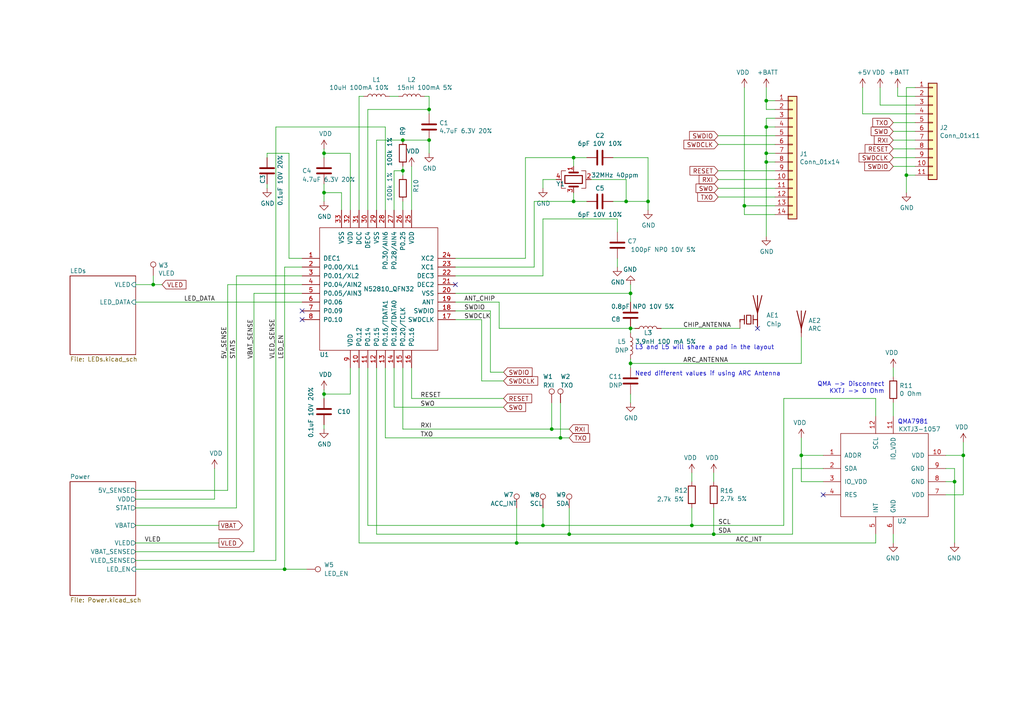
<source format=kicad_sch>
(kicad_sch (version 20211123) (generator eeschema)
  (paper "A4")
  (title_block (title "Pixels D20 Schematic, Main") (date "2021-06-23") (rev "2") (company "Systemic Games, LLC"))
  (lib_symbols
    (symbol "Connector_Generic:Conn_01x11" (pin_names (offset 1.016) hide)
      (property "Reference" "J" (at 0 15.24 0))
      (property "Value" "Conn_01x11" (at 0 -15.24 0))
      (symbol "Conn_01x11_1_1"
        (rectangle (start -1.27 -12.573) (end 0 -12.827) (stroke (width 0.1524)))
        (rectangle (start -1.27 -10.033) (end 0 -10.287) (stroke (width 0.1524)))
        (rectangle (start -1.27 -7.493) (end 0 -7.747) (stroke (width 0.1524)))
        (rectangle (start -1.27 -4.953) (end 0 -5.207) (stroke (width 0.1524)))
        (rectangle (start -1.27 -2.413) (end 0 -2.667) (stroke (width 0.1524)))
        (rectangle (start -1.27 0.127) (end 0 -0.127) (stroke (width 0.1524)))
        (rectangle (start -1.27 2.667) (end 0 2.413) (stroke (width 0.1524)))
        (rectangle (start -1.27 5.207) (end 0 4.953) (stroke (width 0.1524)))
        (rectangle (start -1.27 7.747) (end 0 7.493) (stroke (width 0.1524)))
        (rectangle (start -1.27 10.287) (end 0 10.033) (stroke (width 0.1524)))
        (rectangle (start -1.27 12.827) (end 0 12.573) (stroke (width 0.1524)))
        (rectangle (start -1.27 13.97) (end 1.27 -13.97) (stroke (width 0.254)) (fill (type background)))
        (pin passive line (at -5.08 12.7 0) (length 3.81) (name "Pin_1") (number "1"))
        (pin passive line (at -5.08 -10.16 0) (length 3.81) (name "Pin_10") (number "10"))
        (pin passive line (at -5.08 -12.7 0) (length 3.81) (name "Pin_11") (number "11"))
        (pin passive line (at -5.08 10.16 0) (length 3.81) (name "Pin_2") (number "2"))
        (pin passive line (at -5.08 7.62 0) (length 3.81) (name "Pin_3") (number "3"))
        (pin passive line (at -5.08 5.08 0) (length 3.81) (name "Pin_4") (number "4"))
        (pin passive line (at -5.08 2.54 0) (length 3.81) (name "Pin_5") (number "5"))
        (pin passive line (at -5.08 0 0) (length 3.81) (name "Pin_6") (number "6"))
        (pin passive line (at -5.08 -2.54 0) (length 3.81) (name "Pin_7") (number "7"))
        (pin passive line (at -5.08 -5.08 0) (length 3.81) (name "Pin_8") (number "8"))
        (pin passive line (at -5.08 -7.62 0) (length 3.81) (name "Pin_9") (number "9"))
      )
    )
    (symbol "Connector_Generic:Conn_01x14" (pin_names (offset 1.016) hide)
      (property "Reference" "J" (at 0 17.78 0))
      (property "Value" "Conn_01x14" (at 0 -20.32 0))
      (symbol "Conn_01x14_1_1"
        (rectangle (start -1.27 -17.653) (end 0 -17.907) (stroke (width 0.1524)))
        (rectangle (start -1.27 -15.113) (end 0 -15.367) (stroke (width 0.1524)))
        (rectangle (start -1.27 -12.573) (end 0 -12.827) (stroke (width 0.1524)))
        (rectangle (start -1.27 -10.033) (end 0 -10.287) (stroke (width 0.1524)))
        (rectangle (start -1.27 -7.493) (end 0 -7.747) (stroke (width 0.1524)))
        (rectangle (start -1.27 -4.953) (end 0 -5.207) (stroke (width 0.1524)))
        (rectangle (start -1.27 -2.413) (end 0 -2.667) (stroke (width 0.1524)))
        (rectangle (start -1.27 0.127) (end 0 -0.127) (stroke (width 0.1524)))
        (rectangle (start -1.27 2.667) (end 0 2.413) (stroke (width 0.1524)))
        (rectangle (start -1.27 5.207) (end 0 4.953) (stroke (width 0.1524)))
        (rectangle (start -1.27 7.747) (end 0 7.493) (stroke (width 0.1524)))
        (rectangle (start -1.27 10.287) (end 0 10.033) (stroke (width 0.1524)))
        (rectangle (start -1.27 12.827) (end 0 12.573) (stroke (width 0.1524)))
        (rectangle (start -1.27 15.367) (end 0 15.113) (stroke (width 0.1524)))
        (rectangle (start -1.27 16.51) (end 1.27 -19.05) (stroke (width 0.254)) (fill (type background)))
        (pin passive line (at -5.08 15.24 0) (length 3.81) (name "Pin_1") (number "1"))
        (pin passive line (at -5.08 -7.62 0) (length 3.81) (name "Pin_10") (number "10"))
        (pin passive line (at -5.08 -10.16 0) (length 3.81) (name "Pin_11") (number "11"))
        (pin passive line (at -5.08 -12.7 0) (length 3.81) (name "Pin_12") (number "12"))
        (pin passive line (at -5.08 -15.24 0) (length 3.81) (name "Pin_13") (number "13"))
        (pin passive line (at -5.08 -17.78 0) (length 3.81) (name "Pin_14") (number "14"))
        (pin passive line (at -5.08 12.7 0) (length 3.81) (name "Pin_2") (number "2"))
        (pin passive line (at -5.08 10.16 0) (length 3.81) (name "Pin_3") (number "3"))
        (pin passive line (at -5.08 7.62 0) (length 3.81) (name "Pin_4") (number "4"))
        (pin passive line (at -5.08 5.08 0) (length 3.81) (name "Pin_5") (number "5"))
        (pin passive line (at -5.08 2.54 0) (length 3.81) (name "Pin_6") (number "6"))
        (pin passive line (at -5.08 0 0) (length 3.81) (name "Pin_7") (number "7"))
        (pin passive line (at -5.08 -2.54 0) (length 3.81) (name "Pin_8") (number "8"))
        (pin passive line (at -5.08 -5.08 0) (length 3.81) (name "Pin_9") (number "9"))
      )
    )
    (symbol "Device:Antenna" (pin_numbers hide) (pin_names (offset 1.016) hide)
      (property "Reference" "AE" (at -1.905 1.905 0))
      (property "Value" "Antenna" (at -1.905 0 0))
      (symbol "Antenna_0_1"
        (polyline (pts (xy 0 2.54) (xy 0 -3.81)) (stroke (width 0.254)))
        (polyline (pts (xy 1.27 2.54) (xy 0 -2.54) (xy -1.27 2.54)) (stroke (width 0.254)))
      )
      (symbol "Antenna_1_1"
        (pin input line (at 0 -5.08 90) (length 2.54) (name "A") (number "1"))
      )
    )
    (symbol "Device:Antenna_Chip" (pin_numbers hide) (pin_names (offset 1.016) hide)
      (property "Reference" "AE" (at 0 5.08 0))
      (property "Value" "Antenna_Chip" (at 0 3.175 0))
      (symbol "Antenna_Chip_0_1"
        (polyline (pts (xy -2.54 0) (xy -2.54 -0.635)) (stroke (width 0.254)))
        (polyline (pts (xy -2.54 0) (xy -1.27 0)) (stroke (width 0.254)))
        (polyline (pts (xy 1.27 0) (xy 2.54 0)) (stroke (width 0.254)))
        (polyline (pts (xy 1.27 1.27) (xy 1.27 -1.27)) (stroke (width 0.254)))
        (polyline (pts (xy 2.54 -0.635) (xy 2.54 0)))
        (polyline (pts (xy 2.54 6.985) (xy 2.54 -1.905)) (stroke (width 0.254)))
        (polyline (pts (xy -1.27 1.27) (xy -1.27 -1.27) (xy -1.27 0)) (stroke (width 0.254)))
        (polyline (pts (xy 3.81 6.985) (xy 2.54 1.905) (xy 1.27 6.985)) (stroke (width 0.254)))
        (polyline (pts (xy -0.635 1.27) (xy 0.635 1.27) (xy 0.635 -1.27) (xy -0.635 -1.27) (xy -0.635 1.27)) (stroke (width 0.254)))
      )
      (symbol "Antenna_Chip_1_1"
        (pin input line (at -2.54 -2.54 90) (length 2.54) (name "FEED") (number "1"))
        (pin passive line (at 2.54 -2.54 90) (length 2.54) (name "PCB_Trace") (number "2"))
      )
    )
    (symbol "Device:C" (pin_numbers hide) (pin_names (offset 0.254))
      (property "Reference" "C" (at 0.635 2.54 0))
      (property "Value" "C" (at 0.635 -2.54 0))
      (symbol "C_0_1"
        (polyline (pts (xy -2.032 -0.762) (xy 2.032 -0.762)) (stroke (width 0.508)))
        (polyline (pts (xy -2.032 0.762) (xy 2.032 0.762)) (stroke (width 0.508)))
      )
      (symbol "C_1_1"
        (pin passive line (at 0 3.81 270) (length 2.794) (name "~") (number "1"))
        (pin passive line (at 0 -3.81 90) (length 2.794) (name "~") (number "2"))
      )
    )
    (symbol "Device:Crystal_GND24" (pin_names (offset 1.016) hide)
      (property "Reference" "Y" (at 3.175 5.08 0))
      (property "Value" "Crystal_GND24" (at 3.175 3.175 0))
      (symbol "Crystal_GND24_0_1"
        (rectangle (start -1.143 2.54) (end 1.143 -2.54) (stroke (width 0.3048)))
        (polyline (pts (xy -2.54 0) (xy -2.032 0)))
        (polyline (pts (xy -2.032 -1.27) (xy -2.032 1.27)) (stroke (width 0.508)))
        (polyline (pts (xy 0 -3.81) (xy 0 -3.556)))
        (polyline (pts (xy 0 3.556) (xy 0 3.81)))
        (polyline (pts (xy 2.032 -1.27) (xy 2.032 1.27)) (stroke (width 0.508)))
        (polyline (pts (xy 2.032 0) (xy 2.54 0)))
        (polyline (pts (xy -2.54 -2.286) (xy -2.54 -3.556) (xy 2.54 -3.556) (xy 2.54 -2.286)))
        (polyline (pts (xy -2.54 2.286) (xy -2.54 3.556) (xy 2.54 3.556) (xy 2.54 2.286)))
      )
      (symbol "Crystal_GND24_1_1"
        (pin passive line (at -3.81 0 0) (length 1.27) (name "1") (number "1"))
        (pin passive line (at 0 5.08 270) (length 1.27) (name "2") (number "2"))
        (pin passive line (at 3.81 0 180) (length 1.27) (name "3") (number "3"))
        (pin passive line (at 0 -5.08 90) (length 1.27) (name "4") (number "4"))
      )
    )
    (symbol "Device:L" (pin_numbers hide) (pin_names (offset 1.016) hide)
      (property "Reference" "L" (at -1.27 0 90))
      (property "Value" "L" (at 1.905 0 90))
      (symbol "L_0_1"
        (arc (start 0 -2.54) (mid 0.635 -1.905) (end 0 -1.27))
        (arc (start 0 -1.27) (mid 0.635 -0.635) (end 0 0))
        (arc (start 0 0) (mid 0.635 0.635) (end 0 1.27))
        (arc (start 0 1.27) (mid 0.635 1.905) (end 0 2.54))
      )
      (symbol "L_1_1"
        (pin passive line (at 0 3.81 270) (length 1.27) (name "1") (number "1"))
        (pin passive line (at 0 -3.81 90) (length 1.27) (name "2") (number "2"))
      )
    )
    (symbol "Device:R" (pin_numbers hide) (pin_names (offset 0))
      (property "Reference" "R" (at 2.032 0 90))
      (property "Value" "R" (at 0 0 90))
      (symbol "R_0_1"
        (rectangle (start -1.016 -2.54) (end 1.016 2.54) (stroke (width 0.254)))
      )
      (symbol "R_1_1"
        (pin passive line (at 0 3.81 270) (length 1.27) (name "~") (number "1"))
        (pin passive line (at 0 -3.81 90) (length 1.27) (name "~") (number "2"))
      )
    )
    (symbol "Pixels-dice:KXTJ3-1057" (pin_names (offset 1.016))
      (property "Reference" "U" (at 10.16 -12.7 0))
      (property "Value" "KXTJ3-1057" (at 8.89 13.97 0))
      (symbol "KXTJ3-1057_0_1"
        (rectangle (start -12.7 12.7) (end 12.7 -11.43))
      )
      (symbol "KXTJ3-1057_1_1"
        (pin input line (at -17.78 6.35 0) (length 5.08) (name "ADDR") (number "1"))
        (pin power_in line (at 17.78 6.35 180) (length 5.08) (name "VDD") (number "10"))
        (pin power_in line (at 2.54 17.78 270) (length 5.08) (name "IO_VDD") (number "11"))
        (pin input line (at -2.54 17.78 270) (length 5.08) (name "SCL") (number "12"))
        (pin bidirectional line (at -17.78 2.54 0) (length 5.08) (name "SDA") (number "2"))
        (pin power_in line (at -17.78 -1.27 0) (length 5.08) (name "IO_VDD") (number "3"))
        (pin passive line (at -17.78 -5.08 0) (length 5.08) (name "RES") (number "4"))
        (pin output line (at -2.54 -16.51 90) (length 5.08) (name "INT") (number "5"))
        (pin power_in line (at 2.54 -16.51 90) (length 5.08) (name "GND") (number "6"))
        (pin power_in line (at 17.78 -5.08 180) (length 5.08) (name "VDD") (number "7"))
        (pin power_in line (at 17.78 -1.27 180) (length 5.08) (name "GND") (number "8"))
        (pin power_in line (at 17.78 2.54 180) (length 5.08) (name "GND") (number "9"))
      )
    )
    (symbol "Pixels-dice:N52810_QFN32" (pin_names (offset 1.016))
      (property "Reference" "U" (at 13.97 -19.05 0))
      (property "Value" "N52810_QFN32" (at 2.54 0 0))
      (symbol "N52810_QFN32_0_1"
        (rectangle (start -17.78 17.78) (end 16.51 -17.78))
      )
      (symbol "N52810_QFN32_1_1"
        (pin power_out line (at -22.86 8.89 0) (length 5.08) (name "DEC1") (number "1"))
        (pin bidirectional line (at -6.35 -22.86 90) (length 5.08) (name "P0.12") (number "10"))
        (pin bidirectional line (at -3.81 -22.86 90) (length 5.08) (name "P0.14") (number "11"))
        (pin bidirectional line (at -1.27 -22.86 90) (length 5.08) (name "P0.15") (number "12"))
        (pin bidirectional line (at 1.27 -22.86 90) (length 5.08) (name "P0.16/TDATA1") (number "13"))
        (pin bidirectional line (at 3.81 -22.86 90) (length 5.08) (name "P0.18/TDATA0") (number "14"))
        (pin bidirectional line (at 6.35 -22.86 90) (length 5.08) (name "P0.20/TCLK") (number "15"))
        (pin bidirectional line (at 8.89 -22.86 90) (length 5.08) (name "P0.16") (number "16"))
        (pin bidirectional line (at 21.59 -8.89 180) (length 5.08) (name "SWDCLK") (number "17"))
        (pin bidirectional line (at 21.59 -6.35 180) (length 5.08) (name "SWDIO") (number "18"))
        (pin output line (at 21.59 -3.81 180) (length 5.08) (name "ANT") (number "19"))
        (pin bidirectional line (at -22.86 6.35 0) (length 5.08) (name "P0.00/XL1") (number "2"))
        (pin output line (at 21.59 -1.27 180) (length 5.08) (name "VSS") (number "20"))
        (pin output line (at 21.59 1.27 180) (length 5.08) (name "DEC2") (number "21"))
        (pin output line (at 21.59 3.81 180) (length 5.08) (name "DEC3") (number "22"))
        (pin output line (at 21.59 6.35 180) (length 5.08) (name "XC1") (number "23"))
        (pin input line (at 21.59 8.89 180) (length 5.08) (name "XC2") (number "24"))
        (pin power_in line (at 8.89 22.86 270) (length 5.08) (name "VDD") (number "25"))
        (pin bidirectional line (at 6.35 22.86 270) (length 5.08) (name "P0.25") (number "26"))
        (pin bidirectional line (at 3.81 22.86 270) (length 5.08) (name "P0.28/AIN4") (number "27"))
        (pin bidirectional line (at 1.27 22.86 270) (length 5.08) (name "P0.30/AIN6") (number "28"))
        (pin power_in line (at -1.27 22.86 270) (length 5.08) (name "VSS") (number "29"))
        (pin bidirectional line (at -22.86 3.81 0) (length 5.08) (name "P0.01/XL2") (number "3"))
        (pin output line (at -3.81 22.86 270) (length 5.08) (name "DEC4") (number "30"))
        (pin output line (at -6.35 22.86 270) (length 5.08) (name "DCC") (number "31"))
        (pin power_in line (at -8.89 22.86 270) (length 5.08) (name "VDD") (number "32"))
        (pin power_in line (at -11.43 22.86 270) (length 5.08) (name "VSS") (number "33"))
        (pin bidirectional line (at -22.86 1.27 0) (length 5.08) (name "P0.04/AIN2") (number "4"))
        (pin bidirectional line (at -22.86 -1.27 0) (length 5.08) (name "P0.05/AIN3") (number "5"))
        (pin bidirectional line (at -22.86 -3.81 0) (length 5.08) (name "P0.06") (number "6"))
        (pin bidirectional line (at -22.86 -6.35 0) (length 5.08) (name "P0.09") (number "7"))
        (pin bidirectional line (at -22.86 -8.89 0) (length 5.08) (name "P0.10") (number "8"))
        (pin power_in line (at -8.89 -22.86 90) (length 5.08) (name "VDD") (number "9"))
      )
    )
    (symbol "Pixels-dice:TEST_1P-conn" (pin_numbers hide) (pin_names (offset 0.762) hide)
      (property "Reference" "W" (at 0 6.858 0))
      (property "Value" "TEST_1P-conn" (at 0 5.08 0))
      (symbol "TEST_1P-conn_0_1"
        (circle (center 0 3.302) (radius 0.762))
      )
      (symbol "TEST_1P-conn_1_1"
        (pin passive line (at 0 0 90) (length 2.54) (name "1") (number "1"))
      )
    )
    (symbol "power:+5V" (power) (pin_names (offset 0))
      (property "Value" "+5V" (at 0 3.556 0))
      (symbol "+5V_0_1"
        (polyline (pts (xy -0.762 1.27) (xy 0 2.54)))
        (polyline (pts (xy 0 0) (xy 0 2.54)))
        (polyline (pts (xy 0 2.54) (xy 0.762 1.27)))
      )
      (symbol "+5V_1_1"
        (pin power_in line (at 0 0 90) (length 0) hide (name "+5V") (number "1"))
      )
    )
    (symbol "power:+BATT" (power) (pin_names (offset 0))
      (property "Value" "+BATT" (at 0 3.556 0))
      (symbol "+BATT_0_1"
        (polyline (pts (xy -0.762 1.27) (xy 0 2.54)))
        (polyline (pts (xy 0 0) (xy 0 2.54)))
        (polyline (pts (xy 0 2.54) (xy 0.762 1.27)))
      )
      (symbol "+BATT_1_1"
        (pin power_in line (at 0 0 90) (length 0) hide (name "+BATT") (number "1"))
      )
    )
    (symbol "power:GND" (power) (pin_names (offset 0))
      (property "Value" "GND" (at 0 -3.81 0))
      (symbol "GND_0_1"
        (polyline (pts (xy 0 0) (xy 0 -1.27) (xy 1.27 -1.27) (xy 0 -2.54) (xy -1.27 -1.27) (xy 0 -1.27)))
      )
      (symbol "GND_1_1"
        (pin power_in line (at 0 0 270) (length 0) hide (name "GND") (number "1"))
      )
    )
    (symbol "power:VDD" (power) (pin_names (offset 0))
      (property "Value" "VDD" (at 0 3.81 0))
      (symbol "VDD_0_1"
        (polyline (pts (xy -0.762 1.27) (xy 0 2.54)))
        (polyline (pts (xy 0 0) (xy 0 2.54)))
        (polyline (pts (xy 0 2.54) (xy 0.762 1.27)))
      )
      (symbol "VDD_1_1"
        (pin power_in line (at 0 0 90) (length 0) hide (name "VDD") (number "1"))
      )
    )
  )
  (junction (at 93.98 55.88))
  (junction (at 116.84 49.53))
  (junction (at 124.46 31.75))
  (junction (at 116.84 40.64))
  (junction (at 162.56 127))
  (junction (at 166.37 58.42))
  (junction (at 182.88 105.41))
  (junction (at 182.88 95.25))
  (junction (at 157.48 152.4))
  (junction (at 187.96 58.42))
  (junction (at 200.66 152.4))
  (junction (at 44.45 82.55))
  (junction (at 222.25 46.99))
  (junction (at 222.25 44.45))
  (junction (at 93.98 114.3))
  (junction (at 160.02 124.46))
  (junction (at 232.41 132.08))
  (junction (at 82.55 165.1))
  (junction (at 222.25 29.21))
  (junction (at 149.86 157.48))
  (junction (at 165.1 154.94))
  (junction (at 166.37 45.72))
  (junction (at 181.61 58.42))
  (junction (at 222.25 36.83))
  (junction (at 276.86 139.7))
  (junction (at 182.88 85.09))
  (junction (at 262.89 50.8))
  (junction (at 279.4 132.08))
  (junction (at 207.01 154.94))
  (junction (at 215.9 59.69))
  (junction (at 124.46 40.64))
  (junction (at 93.98 44.45))
  (no_connect (at 132.08 82.55))
  (no_connect (at 219.71 95.25))
  (no_connect (at 238.76 143.51))
  (no_connect (at 87.63 90.17))
  (no_connect (at 87.63 92.71))
  (wire (pts (xy 146.05 118.11) (xy 114.3 118.11)))
  (wire (pts (xy 124.46 31.75) (xy 124.46 33.02)))
  (wire (pts (xy 39.37 82.55) (xy 44.45 82.55)))
  (wire (pts (xy 222.25 46.99) (xy 222.25 68.58)))
  (wire (pts (xy 255.27 25.4) (xy 255.27 30.48)))
  (wire (pts (xy 259.08 35.56) (xy 265.43 35.56)))
  (wire (pts (xy 87.63 80.01) (xy 68.58 80.01)))
  (wire (pts (xy 181.61 52.07) (xy 181.61 58.42)))
  (wire (pts (xy 250.19 25.4) (xy 250.19 33.02)))
  (wire (pts (xy 93.98 55.88) (xy 93.98 58.42)))
  (wire (pts (xy 177.8 58.42) (xy 181.61 58.42)))
  (wire (pts (xy 144.78 87.63) (xy 144.78 95.25)))
  (wire (pts (xy 208.28 52.07) (xy 224.79 52.07)))
  (wire (pts (xy 279.4 143.51) (xy 274.32 143.51)))
  (wire (pts (xy 259.08 48.26) (xy 265.43 48.26)))
  (wire (pts (xy 142.24 107.95) (xy 146.05 107.95)))
  (wire (pts (xy 182.88 95.25) (xy 184.15 95.25)))
  (wire (pts (xy 109.22 40.64) (xy 116.84 40.64)))
  (wire (pts (xy 259.08 38.1) (xy 265.43 38.1)))
  (wire (pts (xy 146.05 115.57) (xy 119.38 115.57)))
  (wire (pts (xy 104.14 60.96) (xy 104.14 27.94)))
  (wire (pts (xy 124.46 31.75) (xy 106.68 31.75)))
  (wire (pts (xy 39.37 162.56) (xy 80.01 162.56)))
  (wire (pts (xy 166.37 45.72) (xy 170.18 45.72)))
  (wire (pts (xy 215.9 59.69) (xy 215.9 62.23)))
  (wire (pts (xy 260.35 27.94) (xy 265.43 27.94)))
  (wire (pts (xy 276.86 139.7) (xy 276.86 157.48)))
  (wire (pts (xy 165.1 154.94) (xy 207.01 154.94)))
  (wire (pts (xy 208.28 54.61) (xy 224.79 54.61)))
  (wire (pts (xy 132.08 74.93) (xy 152.4 74.93)))
  (wire (pts (xy 208.28 39.37) (xy 224.79 39.37)))
  (wire (pts (xy 157.48 52.07) (xy 157.48 54.61)))
  (wire (pts (xy 191.77 95.25) (xy 214.63 95.25)))
  (wire (pts (xy 106.68 152.4) (xy 157.48 152.4)))
  (wire (pts (xy 106.68 106.68) (xy 106.68 152.4)))
  (wire (pts (xy 99.06 55.88) (xy 93.98 55.88)))
  (wire (pts (xy 116.84 48.26) (xy 116.84 49.53)))
  (wire (pts (xy 157.48 63.5) (xy 157.48 80.01)))
  (wire (pts (xy 259.08 154.94) (xy 259.08 157.48)))
  (wire (pts (xy 66.04 82.55) (xy 66.04 142.24)))
  (wire (pts (xy 182.88 82.55) (xy 182.88 85.09)))
  (wire (pts (xy 116.84 124.46) (xy 116.84 106.68)))
  (wire (pts (xy 101.6 44.45) (xy 93.98 44.45)))
  (wire (pts (xy 123.19 27.94) (xy 124.46 27.94)))
  (wire (pts (xy 119.38 106.68) (xy 119.38 115.57)))
  (wire (pts (xy 207.01 147.32) (xy 207.01 154.94)))
  (wire (pts (xy 224.79 59.69) (xy 215.9 59.69)))
  (wire (pts (xy 222.25 34.29) (xy 224.79 34.29)))
  (wire (pts (xy 161.29 52.07) (xy 157.48 52.07)))
  (wire (pts (xy 254 115.57) (xy 227.33 115.57)))
  (wire (pts (xy 144.78 95.25) (xy 182.88 95.25)))
  (wire (pts (xy 187.96 45.72) (xy 187.96 58.42)))
  (wire (pts (xy 187.96 58.42) (xy 187.96 60.96)))
  (wire (pts (xy 104.14 27.94) (xy 105.41 27.94)))
  (wire (pts (xy 116.84 58.42) (xy 116.84 60.96)))
  (wire (pts (xy 200.66 137.16) (xy 200.66 139.7)))
  (wire (pts (xy 114.3 60.96) (xy 114.3 49.53)))
  (wire (pts (xy 142.24 90.17) (xy 142.24 107.95)))
  (wire (pts (xy 87.63 82.55) (xy 66.04 82.55)))
  (wire (pts (xy 222.25 36.83) (xy 222.25 44.45)))
  (wire (pts (xy 93.98 44.45) (xy 93.98 43.18)))
  (wire (pts (xy 132.08 77.47) (xy 154.94 77.47)))
  (wire (pts (xy 259.08 116.84) (xy 259.08 120.65)))
  (wire (pts (xy 87.63 74.93) (xy 83.82 74.93)))
  (wire (pts (xy 104.14 106.68) (xy 104.14 157.48)))
  (wire (pts (xy 132.08 87.63) (xy 144.78 87.63)))
  (wire (pts (xy 160.02 124.46) (xy 165.1 124.46)))
  (wire (pts (xy 232.41 139.7) (xy 232.41 132.08)))
  (wire (pts (xy 101.6 114.3) (xy 93.98 114.3)))
  (wire (pts (xy 279.4 132.08) (xy 274.32 132.08)))
  (wire (pts (xy 208.28 49.53) (xy 224.79 49.53)))
  (wire (pts (xy 82.55 165.1) (xy 39.37 165.1)))
  (wire (pts (xy 222.25 44.45) (xy 222.25 46.99)))
  (wire (pts (xy 93.98 114.3) (xy 93.98 113.03)))
  (wire (pts (xy 262.89 50.8) (xy 265.43 50.8)))
  (wire (pts (xy 132.08 85.09) (xy 182.88 85.09)))
  (wire (pts (xy 182.88 85.09) (xy 182.88 87.63)))
  (wire (pts (xy 279.4 132.08) (xy 279.4 143.51)))
  (wire (pts (xy 157.48 80.01) (xy 132.08 80.01)))
  (wire (pts (xy 62.23 144.78) (xy 62.23 135.89)))
  (wire (pts (xy 132.08 90.17) (xy 142.24 90.17)))
  (wire (pts (xy 166.37 55.88) (xy 166.37 58.42)))
  (wire (pts (xy 259.08 40.64) (xy 265.43 40.64)))
  (wire (pts (xy 113.03 27.94) (xy 115.57 27.94)))
  (wire (pts (xy 101.6 60.96) (xy 101.6 44.45)))
  (wire (pts (xy 157.48 147.32) (xy 157.48 152.4)))
  (wire (pts (xy 39.37 160.02) (xy 73.66 160.02)))
  (wire (pts (xy 182.88 114.3) (xy 182.88 116.84)))
  (wire (pts (xy 182.88 95.25) (xy 182.88 96.52)))
  (wire (pts (xy 254 120.65) (xy 254 115.57)))
  (wire (pts (xy 255.27 30.48) (xy 265.43 30.48)))
  (wire (pts (xy 44.45 82.55) (xy 46.99 82.55)))
  (wire (pts (xy 116.84 49.53) (xy 116.84 50.8)))
  (wire (pts (xy 181.61 58.42) (xy 187.96 58.42)))
  (wire (pts (xy 93.98 53.34) (xy 93.98 55.88)))
  (wire (pts (xy 80.01 36.83) (xy 111.76 36.83)))
  (wire (pts (xy 111.76 127) (xy 111.76 106.68)))
  (wire (pts (xy 166.37 58.42) (xy 170.18 58.42)))
  (wire (pts (xy 177.8 45.72) (xy 187.96 45.72)))
  (wire (pts (xy 39.37 147.32) (xy 68.58 147.32)))
  (wire (pts (xy 93.98 44.45) (xy 93.98 45.72)))
  (wire (pts (xy 182.88 105.41) (xy 182.88 106.68)))
  (wire (pts (xy 182.88 105.41) (xy 232.41 105.41)))
  (wire (pts (xy 222.25 29.21) (xy 224.79 29.21)))
  (wire (pts (xy 152.4 45.72) (xy 166.37 45.72)))
  (wire (pts (xy 224.79 36.83) (xy 222.25 36.83)))
  (wire (pts (xy 232.41 132.08) (xy 238.76 132.08)))
  (wire (pts (xy 39.37 152.4) (xy 63.5 152.4)))
  (wire (pts (xy 132.08 92.71) (xy 139.7 92.71)))
  (wire (pts (xy 116.84 124.46) (xy 160.02 124.46)))
  (wire (pts (xy 215.9 62.23) (xy 224.79 62.23)))
  (wire (pts (xy 200.66 147.32) (xy 200.66 152.4)))
  (wire (pts (xy 139.7 110.49) (xy 146.05 110.49)))
  (wire (pts (xy 179.07 63.5) (xy 179.07 67.31)))
  (wire (pts (xy 157.48 152.4) (xy 200.66 152.4)))
  (wire (pts (xy 254 154.94) (xy 254 157.48)))
  (wire (pts (xy 109.22 106.68) (xy 109.22 154.94)))
  (wire (pts (xy 152.4 74.93) (xy 152.4 45.72)))
  (wire (pts (xy 111.76 36.83) (xy 111.76 60.96)))
  (wire (pts (xy 208.28 57.15) (xy 224.79 57.15)))
  (wire (pts (xy 104.14 157.48) (xy 149.86 157.48)))
  (wire (pts (xy 208.28 41.91) (xy 224.79 41.91)))
  (wire (pts (xy 39.37 144.78) (xy 62.23 144.78)))
  (wire (pts (xy 82.55 77.47) (xy 82.55 165.1)))
  (wire (pts (xy 77.47 53.34) (xy 77.47 54.61)))
  (wire (pts (xy 207.01 154.94) (xy 229.87 154.94)))
  (wire (pts (xy 101.6 106.68) (xy 101.6 114.3)))
  (wire (pts (xy 250.19 33.02) (xy 265.43 33.02)))
  (wire (pts (xy 124.46 27.94) (xy 124.46 31.75)))
  (wire (pts (xy 93.98 114.3) (xy 93.98 115.57)))
  (wire (pts (xy 93.98 123.19) (xy 93.98 124.46)))
  (wire (pts (xy 232.41 132.08) (xy 232.41 127)))
  (wire (pts (xy 139.7 92.71) (xy 139.7 110.49)))
  (wire (pts (xy 109.22 40.64) (xy 109.22 60.96)))
  (wire (pts (xy 259.08 45.72) (xy 265.43 45.72)))
  (wire (pts (xy 162.56 116.84) (xy 162.56 127)))
  (wire (pts (xy 162.56 127) (xy 165.1 127)))
  (wire (pts (xy 154.94 77.47) (xy 154.94 58.42)))
  (wire (pts (xy 39.37 87.63) (xy 87.63 87.63)))
  (wire (pts (xy 274.32 139.7) (xy 276.86 139.7)))
  (wire (pts (xy 80.01 36.83) (xy 80.01 162.56)))
  (wire (pts (xy 238.76 135.89) (xy 229.87 135.89)))
  (wire (pts (xy 179.07 74.93) (xy 179.07 77.47)))
  (wire (pts (xy 222.25 25.4) (xy 222.25 29.21)))
  (wire (pts (xy 99.06 60.96) (xy 99.06 55.88)))
  (wire (pts (xy 227.33 115.57) (xy 227.33 152.4)))
  (wire (pts (xy 274.32 135.89) (xy 276.86 135.89)))
  (wire (pts (xy 171.45 52.07) (xy 181.61 52.07)))
  (wire (pts (xy 82.55 77.47) (xy 87.63 77.47)))
  (wire (pts (xy 260.35 25.4) (xy 260.35 27.94)))
  (wire (pts (xy 77.47 44.45) (xy 77.47 45.72)))
  (wire (pts (xy 44.45 80.01) (xy 44.45 82.55)))
  (wire (pts (xy 39.37 157.48) (xy 63.5 157.48)))
  (wire (pts (xy 276.86 135.89) (xy 276.86 139.7)))
  (wire (pts (xy 229.87 135.89) (xy 229.87 154.94)))
  (wire (pts (xy 160.02 116.84) (xy 160.02 124.46)))
  (wire (pts (xy 73.66 85.09) (xy 73.66 160.02)))
  (wire (pts (xy 154.94 58.42) (xy 166.37 58.42)))
  (wire (pts (xy 207.01 137.16) (xy 207.01 139.7)))
  (wire (pts (xy 262.89 55.88) (xy 262.89 50.8)))
  (wire (pts (xy 88.9 165.1) (xy 82.55 165.1)))
  (wire (pts (xy 259.08 43.18) (xy 265.43 43.18)))
  (wire (pts (xy 124.46 40.64) (xy 124.46 44.45)))
  (wire (pts (xy 238.76 139.7) (xy 232.41 139.7)))
  (wire (pts (xy 119.38 48.26) (xy 119.38 60.96)))
  (wire (pts (xy 265.43 25.4) (xy 262.89 25.4)))
  (wire (pts (xy 114.3 106.68) (xy 114.3 118.11)))
  (wire (pts (xy 224.79 44.45) (xy 222.25 44.45)))
  (wire (pts (xy 222.25 29.21) (xy 222.25 31.75)))
  (wire (pts (xy 279.4 128.27) (xy 279.4 132.08)))
  (wire (pts (xy 222.25 34.29) (xy 222.25 36.83)))
  (wire (pts (xy 83.82 44.45) (xy 77.47 44.45)))
  (wire (pts (xy 215.9 25.4) (xy 215.9 59.69)))
  (wire (pts (xy 259.08 106.68) (xy 259.08 109.22)))
  (wire (pts (xy 87.63 85.09) (xy 73.66 85.09)))
  (wire (pts (xy 111.76 127) (xy 162.56 127)))
  (wire (pts (xy 149.86 157.48) (xy 254 157.48)))
  (wire (pts (xy 179.07 63.5) (xy 157.48 63.5)))
  (wire (pts (xy 165.1 147.32) (xy 165.1 154.94)))
  (wire (pts (xy 116.84 40.64) (xy 124.46 40.64)))
  (wire (pts (xy 83.82 74.93) (xy 83.82 44.45)))
  (wire (pts (xy 106.68 31.75) (xy 106.68 60.96)))
  (wire (pts (xy 224.79 46.99) (xy 222.25 46.99)))
  (wire (pts (xy 114.3 49.53) (xy 116.84 49.53)))
  (wire (pts (xy 149.86 147.32) (xy 149.86 157.48)))
  (wire (pts (xy 166.37 48.26) (xy 166.37 45.72)))
  (wire (pts (xy 68.58 80.01) (xy 68.58 147.32)))
  (wire (pts (xy 222.25 31.75) (xy 224.79 31.75)))
  (wire (pts (xy 232.41 105.41) (xy 232.41 97.79)))
  (wire (pts (xy 200.66 152.4) (xy 227.33 152.4)))
  (wire (pts (xy 182.88 104.14) (xy 182.88 105.41)))
  (wire (pts (xy 262.89 25.4) (xy 262.89 50.8)))
  (wire (pts (xy 39.37 142.24) (xy 66.04 142.24)))
  (wire (pts (xy 109.22 154.94) (xy 165.1 154.94)))
  (text "QMA -> Disconnect\nKXTJ -> 0 Ohm" (at 256.54 114.3 180) (effects (font (size 1.27 1.27)) (justify right bottom)))
  (text "QMA7981" (at 260.35 123.19 0) (effects (font (size 1.27 1.27)) (justify left bottom)))
  (text "L3 and L5 will share a pad in the layout" (at 184.15 101.6 0) (effects (font (size 1.27 1.27)) (justify left bottom)))
  (text "Need different values if using ARC Antenna" (at 184.15 109.22 0) (effects (font (size 1.27 1.27)) (justify left bottom)))
  (label "ANT_CHIP" (at 134.62 87.63 0))
  (label "VBAT_SENSE" (at 73.66 104.14 90))
  (label "ARC_ANTENNA" (at 198.12 105.41 0))
  (label "SWDCLK" (at 134.62 92.71 0))
  (label "SCL" (at 208.28 152.4 0))
  (label "RESET" (at 121.92 115.57 0))
  (label "SWO" (at 121.92 118.11 0))
  (label "LED_EN" (at 82.55 104.14 90))
  (label "STATS" (at 68.58 104.14 90))
  (label "TXO" (at 121.92 127 0))
  (label "CHIP_ANTENNA" (at 198.12 95.25 0))
  (label "ACC_INT" (at 213.36 157.48 0))
  (label "RXI" (at 121.92 124.46 0))
  (label "5V_SENSE" (at 66.04 104.14 90))
  (label "VLED_SENSE" (at 80.01 104.14 90))
  (label "VLED" (at 41.91 157.48 0))
  (label "SDA" (at 208.28 154.94 0))
  (label "LED_DATA" (at 53.34 87.63 0))
  (label "SWDIO" (at 134.62 90.17 0))
  (global_label "RESET" (shape input) (at 208.28 49.53 180) (property "Intersheet References" "${INTERSHEET_REFS}" (effects hide)))
  (global_label "RXI" (shape input) (at 259.08 40.64 180) (property "Intersheet References" "${INTERSHEET_REFS}" (effects hide)))
  (global_label "RXI" (shape input) (at 208.28 52.07 180) (property "Intersheet References" "${INTERSHEET_REFS}" (effects hide)))
  (global_label "SWDCLK" (shape input) (at 259.08 45.72 180) (property "Intersheet References" "${INTERSHEET_REFS}" (effects hide)))
  (global_label "SWDCLK" (shape input) (at 208.28 41.91 180) (property "Intersheet References" "${INTERSHEET_REFS}" (effects hide)))
  (global_label "TXO" (shape input) (at 259.08 35.56 180) (property "Intersheet References" "${INTERSHEET_REFS}" (effects hide)))
  (global_label "SWDIO" (shape input) (at 259.08 48.26 180) (property "Intersheet References" "${INTERSHEET_REFS}" (effects hide)))
  (global_label "VBAT" (shape output) (at 63.5 152.4 0) (property "Intersheet References" "${INTERSHEET_REFS}" (effects hide)))
  (global_label "VLED" (shape output) (at 63.5 157.48 0) (property "Intersheet References" "${INTERSHEET_REFS}" (effects hide)))
  (global_label "RXI" (shape input) (at 165.1 124.46 0) (property "Intersheet References" "${INTERSHEET_REFS}" (effects hide)))
  (global_label "VLED" (shape input) (at 46.99 82.55 0) (property "Intersheet References" "${INTERSHEET_REFS}" (effects hide)))
  (global_label "TXO" (shape input) (at 208.28 57.15 180) (property "Intersheet References" "${INTERSHEET_REFS}" (effects hide)))
  (global_label "RESET" (shape input) (at 259.08 43.18 180) (property "Intersheet References" "${INTERSHEET_REFS}" (effects hide)))
  (global_label "TXO" (shape input) (at 165.1 127 0) (property "Intersheet References" "${INTERSHEET_REFS}" (effects hide)))
  (global_label "SWO" (shape input) (at 208.28 54.61 180) (property "Intersheet References" "${INTERSHEET_REFS}" (effects hide)))
  (global_label "SWO" (shape input) (at 146.05 118.11 0) (property "Intersheet References" "${INTERSHEET_REFS}" (effects hide)))
  (global_label "SWDIO" (shape input) (at 208.28 39.37 180) (property "Intersheet References" "${INTERSHEET_REFS}" (effects hide)))
  (global_label "RESET" (shape input) (at 146.05 115.57 0) (property "Intersheet References" "${INTERSHEET_REFS}" (effects hide)))
  (global_label "SWO" (shape input) (at 259.08 38.1 180) (property "Intersheet References" "${INTERSHEET_REFS}" (effects hide)))
  (global_label "SWDCLK" (shape input) (at 146.05 110.49 0) (property "Intersheet References" "${INTERSHEET_REFS}" (effects hide)))
  (global_label "SWDIO" (shape input) (at 146.05 107.95 0) (property "Intersheet References" "${INTERSHEET_REFS}" (effects hide)))
  (symbol (lib_id "power:GND") (at 93.98 124.46 0) (unit 1)
    (property "Reference" "#PWR016" (effects hide))
    (property "Value" "GND" (at 94.107 128.8542 0))
  )
  (symbol (lib_id "power:VDD") (at 93.98 113.03 0) (unit 1)
    (property "Reference" "#PWR014" (effects hide))
    (property "Value" "VDD" (at 94.4118 108.6358 0))
  )
  (symbol (lib_id "Device:C") (at 93.98 119.38 0) (unit 1)
    (property "Reference" "C10" (at 97.79 119.38 0) (effects (justify left)))
    (property "Value" "0.1uF 10V 20%" (at 90.17 127 90) (effects (justify left)))
    (property "Footprint" "Capacitor_SMD:C_0402_1005Metric" (effects hide))
    (property "Generic OK" "YES" (effects hide))
    (property "Pixels Part Number" "SMD-C005" (effects hide))
    (property "Manufacturer" "Murata" (effects hide))
    (property "Manufacturer Part Number" "GRM155R61H104KE19D" (effects hide))
  )
  (symbol (lib_id "power:GND") (at 93.98 58.42 0) (unit 1)
    (property "Reference" "#PWR08" (effects hide))
    (property "Value" "GND" (at 94.107 62.8142 0))
  )
  (symbol (lib_id "power:VDD") (at 93.98 43.18 0) (unit 1)
    (property "Reference" "#PWR01" (effects hide))
    (property "Value" "VDD" (at 94.4118 38.7858 0))
  )
  (symbol (lib_id "Device:C") (at 93.98 49.53 0) (unit 1)
    (property "Reference" "C4" (at 87.63 49.53 0) (effects (justify left)))
    (property "Value" "4.7uF 6.3V 20%" (at 87.63 52.07 0) (effects (justify left)))
    (property "Footprint" "Capacitor_SMD:C_0402_1005Metric" (effects hide))
    (property "Generic OK" "YES" (effects hide))
    (property "Pixels Part Number" "SMD-C002" (effects hide))
    (property "Manufacturer" "Murata" (effects hide))
    (property "Manufacturer Part Number" "GRM155R60J475ME87D" (effects hide))
  )
  (symbol (lib_id "power:GND") (at 77.47 54.61 0) (unit 1)
    (property "Reference" "#PWR05" (effects hide))
    (property "Value" "GND" (at 77.597 59.0042 0))
  )
  (symbol (lib_id "Device:C") (at 77.47 49.53 0) (unit 1)
    (property "Reference" "C3" (at 76.2 53.34 90) (effects (justify left)))
    (property "Value" "0.1uF 10V 20%" (at 81.28 59.69 90) (effects (justify left)))
    (property "Footprint" "Capacitor_SMD:C_0402_1005Metric" (effects hide))
    (property "Generic OK" "YES" (effects hide))
    (property "Pixels Part Number" "SMD-C005" (effects hide))
    (property "Manufacturer" "Murata" (effects hide))
    (property "Manufacturer Part Number" "GRM155R61H104KE19D" (effects hide))
  )
  (symbol (lib_id "Device:L") (at 109.22 27.94 90) (unit 1)
    (property "Reference" "L1" (at 109.22 23.114 90))
    (property "Value" "10uH 100mA 10%" (at 104.14 25.4 90))
    (property "Footprint" "Inductor_SMD:L_0805_2012Metric" (effects hide))
    (property "Generic OK" "YES" (effects hide))
    (property "Pixels Part Number" "SMD-L001" (effects hide))
    (property "Manufacturer" "Taiyo Yuden" (effects hide))
    (property "Manufacturer Part Number" "LBR2012T100K" (effects hide))
  )
  (symbol (lib_id "Device:L") (at 119.38 27.94 90) (unit 1)
    (property "Reference" "L2" (at 119.38 23.114 90))
    (property "Value" "15nH 100mA 5%" (at 123.19 25.4 90))
    (property "Footprint" "Inductor_SMD:L_0402_1005Metric" (effects hide))
    (property "Generic OK" "YES" (effects hide))
    (property "Pixels Part Number" "SMD-L002" (effects hide))
    (property "Manufacturer" "Taiyo Yuden" (effects hide))
    (property "Manufacturer Part Number" "HK100515NJ-T" (effects hide))
  )
  (symbol (lib_id "Device:C") (at 124.46 36.83 0) (unit 1)
    (property "Reference" "C1" (at 127.381 35.6616 0) (effects (justify left)))
    (property "Value" "4.7uF 6.3V 20%" (at 127.381 37.973 0) (effects (justify left)))
    (property "Footprint" "Capacitor_SMD:C_0402_1005Metric" (effects hide))
    (property "Generic OK" "YES" (effects hide))
    (property "Pixels Part Number" "SMD-C002" (effects hide))
    (property "Manufacturer" "Murata" (effects hide))
    (property "Manufacturer Part Number" "GRM155R60J475ME87D" (effects hide))
  )
  (symbol (lib_id "power:GND") (at 124.46 44.45 0) (unit 1)
    (property "Reference" "#PWR03" (effects hide))
    (property "Value" "GND" (at 124.587 48.8442 0))
  )
  (symbol (lib_id "Device:Crystal_GND24") (at 166.37 52.07 270) (unit 1)
    (property "Reference" "Y1" (at 161.29 53.34 90) (effects (justify left)))
    (property "Value" "32MHz 40ppm" (at 171.45 50.8 90) (effects (justify left)))
    (property "Footprint" "Pixels-dice:Crystal_SMD_2016-4Pin_2.0x1.6mm" (effects hide))
    (property "Generic OK" "YES" (effects hide))
    (property "Manufacturer" "Murata" (effects hide))
    (property "Manufacturer Part Number" "XRCGB32M000F2P00R0" (effects hide))
    (property "Pixels Part Number" "SMD-Y001" (effects hide))
  )
  (symbol (lib_id "Device:C") (at 173.99 45.72 270) (unit 1)
    (property "Reference" "C2" (at 173.99 39.3192 90))
    (property "Value" "6pF 10V 10%" (at 173.99 41.6306 90))
    (property "Footprint" "Capacitor_SMD:C_0402_1005Metric" (effects hide))
    (property "Generic OK" "YES" (effects hide))
    (property "Pixels Part Number" "SMD-C001" (effects hide))
    (property "Manufacturer" "Murata" (effects hide))
    (property "Manufacturer Part Number" "GCM1555C1H6R0DA16D" (effects hide))
  )
  (symbol (lib_id "Device:C") (at 173.99 58.42 270) (unit 1)
    (property "Reference" "C5" (at 173.99 54.61 90))
    (property "Value" "6pF 10V 10%" (at 173.99 62.23 90))
    (property "Footprint" "Capacitor_SMD:C_0402_1005Metric" (effects hide))
    (property "Generic OK" "YES" (effects hide))
    (property "Pixels Part Number" "SMD-C001" (effects hide))
    (property "Manufacturer" "Murata" (effects hide))
    (property "Manufacturer Part Number" "GCM1555C1H6R0DA16D" (effects hide))
  )
  (symbol (lib_id "power:GND") (at 187.96 60.96 0) (unit 1)
    (property "Reference" "#PWR09" (effects hide))
    (property "Value" "GND" (at 188.087 65.3542 0))
  )
  (symbol (lib_id "power:GND") (at 179.07 77.47 0) (unit 1)
    (property "Reference" "#PWR011" (effects hide))
    (property "Value" "GND" (at 179.197 81.8642 0))
  )
  (symbol (lib_id "Device:C") (at 179.07 71.12 0) (unit 1)
    (property "Reference" "C7" (at 181.991 69.9516 0) (effects (justify left)))
    (property "Value" "100pF NP0 10V 5%" (at 182.88 72.39 0) (effects (justify left)))
    (property "Footprint" "Capacitor_SMD:C_0402_1005Metric" (effects hide))
    (property "Generic OK" "YES" (effects hide))
    (property "Pixels Part Number" "SMD-C003" (effects hide))
    (property "Manufacturer" "Kemet" (effects hide))
    (property "Manufacturer Part Number" "C0402C101J5GAC7411" (effects hide))
  )
  (symbol (lib_id "Device:Antenna_Chip") (at 217.17 92.71 0) (unit 1)
    (property "Reference" "AE1" (at 222.25 91.44 0) (effects (justify left)))
    (property "Value" "Chip" (at 222.25 93.98 0) (effects (justify left)))
    (property "Footprint" "Pixels-dice:CHIP_ANT" (effects hide))
    (property "Datasheet" "https://datasheet.octopart.com/AMCA31-2R450G-S1F-T3-Abracon-datasheet-37142391.pdf" (effects hide))
    (property "Manufacturer" "Abracon" (effects hide))
    (property "Manufacturer Part Number" "AMCA31-2R450G-S1F-T3" (effects hide))
    (property "Pixels Part Number" "SMD-ANT001" (effects hide))
    (property "Generic OK" "NO" (effects hide))
  )
  (symbol (lib_id "Device:C") (at 182.88 91.44 180) (unit 1)
    (property "Reference" "C8" (at 179.959 92.6084 0) (effects (justify left)))
    (property "Value" "0.8pF NP0 10V 5%" (at 195.58 88.9 0) (effects (justify left)))
    (property "Footprint" "Capacitor_SMD:C_0402_1005Metric" (effects hide))
    (property "Generic OK" "YES" (effects hide))
    (property "Pixels Part Number" "SMD-C004" (effects hide))
    (property "Manufacturer" "Murata" (effects hide))
    (property "Manufacturer Part Number" "GJM1555C1HR80DB01J" (effects hide))
  )
  (symbol (lib_id "Device:L") (at 187.96 95.25 90) (unit 1)
    (property "Reference" "L3" (at 187.96 96.52 90))
    (property "Value" "3.9nH 100 mA 5%" (at 193.04 99.06 90))
    (property "Footprint" "Inductor_SMD:L_0402_1005Metric" (effects hide))
    (property "Generic OK" "YES" (effects hide))
    (property "Pixels Part Number" "SMD-L003" (effects hide))
    (property "Manufacturer" "Murata" (effects hide))
    (property "Manufacturer Part Number" "LQG15HN3N9S02D" (effects hide))
  )
  (symbol (lib_id "power:GND") (at 182.88 82.55 180) (unit 1)
    (property "Reference" "#PWR012" (effects hide))
    (property "Value" "GND" (at 182.753 78.1558 0))
  )
  (symbol (lib_id "power:GND") (at 157.48 54.61 0) (unit 1)
    (property "Reference" "#PWR06" (effects hide))
    (property "Value" "GND" (at 157.607 59.0042 0))
  )
  (symbol (lib_id "power:VDD") (at 62.23 135.89 0) (unit 1)
    (property "Reference" "#PWR021" (effects hide))
    (property "Value" "VDD" (at 62.6618 131.4958 0))
  )
  (symbol (lib_id "Pixels-dice:TEST_1P-conn") (at 44.45 80.01 0) (unit 1)
    (property "Reference" "W3" (at 45.9232 76.962 0) (effects (justify left)))
    (property "Value" "VLED" (at 45.9232 79.2734 0) (effects (justify left)))
    (property "Footprint" "Pixels-dice:TEST_PIN" (effects hide))
  )
  (symbol (lib_id "Pixels-dice:TEST_1P-conn") (at 160.02 116.84 0) (unit 1)
    (property "Reference" "W1" (at 157.48 109.22 0) (effects (justify left)))
    (property "Value" "RXI" (at 157.48 111.76 0) (effects (justify left)))
    (property "Footprint" "Pixels-dice:TEST_PIN" (effects hide))
  )
  (symbol (lib_id "Pixels-dice:TEST_1P-conn") (at 162.56 116.84 0) (unit 1)
    (property "Reference" "W2" (at 162.56 109.22 0) (effects (justify left)))
    (property "Value" "TXO" (at 162.56 111.76 0) (effects (justify left)))
    (property "Footprint" "Pixels-dice:TEST_PIN" (effects hide))
  )
  (symbol (lib_id "Pixels-dice:TEST_1P-conn") (at 88.9 165.1 270) (unit 1)
    (property "Reference" "W5" (at 93.98 163.83 90) (effects (justify left)))
    (property "Value" "LED_EN" (at 93.98 166.37 90) (effects (justify left)))
    (property "Footprint" "Pixels-dice:TEST_PIN" (effects hide))
  )
  (symbol (lib_id "Pixels-dice:TEST_1P-conn") (at 149.86 147.32 0) (unit 1)
    (property "Reference" "W7" (at 146.05 143.51 0) (effects (justify left)))
    (property "Value" "ACC_INT" (at 142.24 146.05 0) (effects (justify left)))
    (property "Footprint" "Pixels-dice:TEST_PIN" (effects hide))
  )
  (symbol (lib_id "Pixels-dice:TEST_1P-conn") (at 157.48 147.32 0) (unit 1)
    (property "Reference" "W8" (at 153.67 143.51 0) (effects (justify left)))
    (property "Value" "SCL" (at 153.67 146.05 0) (effects (justify left)))
    (property "Footprint" "Pixels-dice:TEST_PIN" (effects hide))
  )
  (symbol (lib_id "Pixels-dice:TEST_1P-conn") (at 165.1 147.32 0) (unit 1)
    (property "Reference" "W9" (at 161.29 143.51 0) (effects (justify left)))
    (property "Value" "SDA" (at 161.29 146.05 0) (effects (justify left)))
    (property "Footprint" "Pixels-dice:TEST_PIN" (effects hide))
  )
  (symbol (lib_id "Pixels-dice:N52810_QFN32") (at 110.49 83.82 0) (unit 1)
    (property "Reference" "U1" (at 92.71 102.87 0) (effects (justify left)))
    (property "Value" "N52810_QFN32" (at 105.41 83.82 0) (effects (justify left)))
    (property "Footprint" "Package_DFN_QFN:QFN-32-1EP_5x5mm_P0.5mm_EP3.1x3.1mm" (effects hide))
    (property "Generic OK" "NO" (effects hide))
    (property "Manufacturer" "Nordic Semiconductor" (effects hide))
    (property "Manufacturer Part Number" "NRF52810-QCAA-R" (effects hide))
    (property "Pixels Part Number" "SMD-U001" (effects hide))
  )
  (symbol (lib_id "power:VDD") (at 119.38 48.26 0) (unit 1)
    (property "Reference" "#PWR04" (effects hide))
    (property "Value" "VDD" (at 119.8118 43.8658 0))
  )
  (symbol (lib_id "Connector_Generic:Conn_01x14") (at 229.87 44.45 0) (unit 1)
    (property "Reference" "J1" (at 231.902 44.6532 0) (effects (justify left)))
    (property "Value" "Conn_01x14" (at 231.902 46.9646 0) (effects (justify left)))
    (property "Footprint" "Pixels-dice:FPC_14" (effects hide))
  )
  (symbol (lib_id "power:+BATT") (at 222.25 25.4 0) (unit 1)
    (property "Reference" "#PWR07" (effects hide))
    (property "Value" "+BATT" (at 222.631 21.0058 0))
  )
  (symbol (lib_id "power:VDD") (at 215.9 25.4 0) (mirror y) (unit 1)
    (property "Reference" "#PWR02" (effects hide))
    (property "Value" "VDD" (at 215.4682 21.0058 0))
  )
  (symbol (lib_id "power:GND") (at 222.25 68.58 0) (unit 1)
    (property "Reference" "#PWR013" (effects hide))
    (property "Value" "GND" (at 222.377 72.9742 0))
  )
  (symbol (lib_id "Device:R") (at 116.84 54.61 0) (unit 1)
    (property "Reference" "R10" (at 120.65 55.88 90) (effects (justify left)))
    (property "Value" "100k 1%" (at 113.03 58.42 90) (effects (justify left)))
    (property "Footprint" "Resistor_SMD:R_0402_1005Metric" (effects hide))
    (property "Generic OK" "YES" (effects hide))
    (property "Pixels Part Number" "SMD-R006" (effects hide))
    (property "Manufacturer" "Vishay" (effects hide))
    (property "Manufacturer Part Number" "CRCW0402100KFKEDC" (effects hide))
  )
  (symbol (lib_id "Device:R") (at 116.84 44.45 0) (unit 1)
    (property "Reference" "R9" (at 116.84 39.37 90) (effects (justify left)))
    (property "Value" "100k 1%" (at 113.03 48.26 90) (effects (justify left)))
    (property "Footprint" "Resistor_SMD:R_0402_1005Metric" (effects hide))
    (property "Generic OK" "YES" (effects hide))
    (property "Pixels Part Number" "SMD-R006" (effects hide))
    (property "Manufacturer" "Vishay" (effects hide))
    (property "Manufacturer Part Number" "CRCW0402100KFKEDC" (effects hide))
  )
  (symbol (lib_id "Connector_Generic:Conn_01x11") (at 270.51 38.1 0) (unit 1)
    (property "Reference" "J2" (at 272.542 37.0332 0) (effects (justify left)))
    (property "Value" "Conn_01x11" (at 272.542 39.3446 0) (effects (justify left)))
    (property "Footprint" "Pixels-dice:FPC-POGO-11" (effects hide))
  )
  (symbol (lib_id "power:+BATT") (at 260.35 25.4 0) (unit 1)
    (property "Reference" "#PWR022" (effects hide))
    (property "Value" "+BATT" (at 260.731 21.0058 0))
  )
  (symbol (lib_id "power:VDD") (at 255.27 25.4 0) (mirror y) (unit 1)
    (property "Reference" "#PWR018" (effects hide))
    (property "Value" "VDD" (at 254.8382 21.0058 0))
  )
  (symbol (lib_id "power:GND") (at 262.89 55.88 0) (unit 1)
    (property "Reference" "#PWR024" (effects hide))
    (property "Value" "GND" (at 263.017 60.2742 0))
  )
  (symbol (lib_id "power:+5V") (at 250.19 25.4 0)
    (property "Reference" "#PWR017" (effects hide))
    (property "Value" "+5V" (at 250.571 21.0058 0))
  )
  (symbol (lib_id "Device:L") (at 182.88 100.33 0) (unit 1)
    (property "Reference" "L5" (at 180.34 99.06 0))
    (property "Value" "DNP" (at 180.34 101.6 0))
    (property "Footprint" "Inductor_SMD:L_0402_1005Metric" (effects hide))
    (property "Generic OK" "YES" (effects hide))
  )
  (symbol (lib_id "Device:C") (at 182.88 110.49 0) (unit 1)
    (property "Reference" "C11" (at 176.53 109.22 0) (effects (justify left)))
    (property "Value" "DNP" (at 176.53 111.76 0) (effects (justify left)))
    (property "Footprint" "Capacitor_SMD:C_0402_1005Metric" (effects hide))
    (property "Generic OK" "YES" (effects hide))
  )
  (symbol (lib_id "Device:Antenna") (at 232.41 92.71 0) (unit 1)
    (property "Reference" "AE2" (at 234.442 92.9894 0) (effects (justify left)))
    (property "Value" "ARC" (at 234.442 95.3008 0) (effects (justify left)))
    (property "Footprint" "Pixels-dice:ARC_Antenna" (effects hide))
  )
  (symbol (lib_id "power:GND") (at 182.88 116.84 0) (unit 1)
    (property "Reference" "#PWR049" (effects hide))
    (property "Value" "GND" (at 183.007 121.2342 0))
  )
  (symbol (lib_id "Device:R") (at 200.66 143.51 0)
    (property "Reference" "R12" (at 195.58 142.24 0) (effects (justify left)))
    (property "Value" "2.7k 5%" (at 190.5 144.78 0) (effects (justify left)))
    (property "Footprint" "Resistor_SMD:R_0402_1005Metric" (effects hide))
    (property "Generic OK" "YES" (effects hide))
    (property "Manufacturer" "Yageo" (effects hide))
    (property "Manufacturer Part Number" "RC0402JR-072K7L" (effects hide))
    (property "Pixels Part Number" "SMD-R021" (effects hide))
  )
  (symbol (lib_id "Device:R") (at 207.01 143.51 0)
    (property "Reference" "R16" (at 208.788 142.3416 0) (effects (justify left)))
    (property "Value" "2.7k 5%" (at 208.788 144.653 0) (effects (justify left)))
    (property "Footprint" "Resistor_SMD:R_0402_1005Metric" (effects hide))
    (property "Generic OK" "YES" (effects hide))
    (property "Manufacturer" "Yageo" (effects hide))
    (property "Manufacturer Part Number" "RC0402JR-072K7L" (effects hide))
    (property "Pixels Part Number" "SMD-R021" (effects hide))
  )
  (symbol (lib_id "power:VDD") (at 207.01 137.16 0) (mirror y)
    (property "Reference" "#PWR046" (effects hide))
    (property "Value" "VDD" (at 206.5782 132.7658 0))
  )
  (symbol (lib_id "power:VDD") (at 200.66 137.16 0) (mirror y)
    (property "Reference" "#PWR045" (effects hide))
    (property "Value" "VDD" (at 200.2282 132.7658 0))
  )
  (symbol (lib_id "Pixels-dice:KXTJ3-1057") (at 256.54 138.43 0)
    (property "Reference" "U2" (at 261.62 151.13 0))
    (property "Value" "KXTJ3-1057" (at 266.7 124.46 0))
    (property "Footprint" "Package_LGA:LGA-12_2x2mm_P0.5mm" (effects hide))
    (property "Manufacturer" "Kionix" (effects hide))
    (property "Manufacturer Part Number" "KXTJ3-1057" (effects hide))
    (property "Pixels Part Number" "SMD-U002-ALT1" (effects hide))
  )
  (symbol (lib_id "Device:R") (at 259.08 113.03 180)
    (property "Reference" "R11" (at 260.858 111.8616 0) (effects (justify right)))
    (property "Value" "0 Ohm" (at 260.858 114.173 0) (effects (justify right)))
    (property "Footprint" "Resistor_SMD:R_0402_1005Metric" (effects hide))
    (property "Manufacturer" "Yageo" (effects hide))
    (property "Manufacturer Part Number" "AC0402FR-070RL" (effects hide))
    (property "Pixels Part Number" "SMD-R020" (effects hide))
  )
  (symbol (lib_id "power:VDD") (at 279.4 128.27 0) (mirror y)
    (property "Reference" "#PWR037" (effects hide))
    (property "Value" "VDD" (at 278.9682 123.8758 0))
  )
  (symbol (lib_id "power:GND") (at 259.08 157.48 0) (mirror y)
    (property "Reference" "#PWR047" (effects hide))
    (property "Value" "GND" (at 258.953 161.8742 0))
  )
  (symbol (lib_id "power:GND") (at 276.86 157.48 0) (mirror y)
    (property "Reference" "#PWR048" (effects hide))
    (property "Value" "GND" (at 276.733 161.8742 0))
  )
  (symbol (lib_id "power:VDD") (at 259.08 106.68 0) (mirror y)
    (property "Reference" "#PWR015" (effects hide))
    (property "Value" "VDD" (at 258.6482 102.2858 0))
  )
  (symbol (lib_id "power:VDD") (at 232.41 127 0) (mirror y)
    (property "Reference" "#PWR023" (effects hide))
    (property "Value" "VDD" (at 231.9782 122.6058 0))
  )
  (sheet (at 20.32 139.7) (size 19.05 33.02)
    (property "Sheet name" "Power" (at 20.32 138.9884 0) (effects (justify left bottom)))
    (property "Sheet file" "Power.kicad_sch" (at 20.32 173.3046 0) (effects (justify left top)))
    (pin "VDD" output (at 39.37 144.78 0))
    (pin "VLED" output (at 39.37 157.48 0))
    (pin "LED_EN" input (at 39.37 165.1 0))
    (pin "5V_SENSE" output (at 39.37 142.24 0))
    (pin "VBAT_SENSE" output (at 39.37 160.02 0))
    (pin "VLED_SENSE" output (at 39.37 162.56 0))
    (pin "STAT" output (at 39.37 147.32 0))
    (pin "VBAT" output (at 39.37 152.4 0))
  )
  (sheet (at 20.32 80.01) (size 19.05 22.86)
    (property "Sheet name" "LEDs" (at 20.32 79.2984 0) (effects (justify left bottom)))
    (property "Sheet file" "LEDs.kicad_sch" (at 20.32 103.4546 0) (effects (justify left top)))
    (pin "VLED" input (at 39.37 82.55 0))
    (pin "LED_DATA" input (at 39.37 87.63 0))
  )
)
</source>
